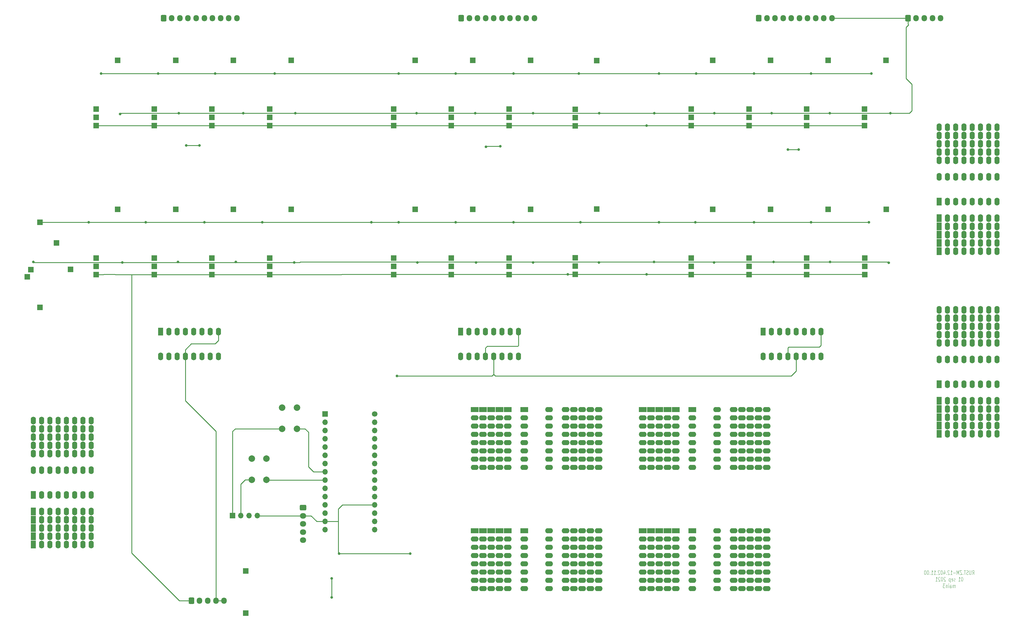
<source format=gbr>
%TF.GenerationSoftware,KiCad,Pcbnew,(5.99.0-12218-g749d2d5987)*%
%TF.CreationDate,2021-09-14T22:45:12+03:00*%
%TF.ProjectId,stend_main,7374656e-645f-46d6-9169-6e2e6b696361,rev*%
%TF.SameCoordinates,PX258bd10PYee998b0*%
%TF.FileFunction,Copper,L2,Bot*%
%TF.FilePolarity,Positive*%
%FSLAX46Y46*%
G04 Gerber Fmt 4.6, Leading zero omitted, Abs format (unit mm)*
G04 Created by KiCad (PCBNEW (5.99.0-12218-g749d2d5987)) date 2021-09-14 22:45:12*
%MOMM*%
%LPD*%
G01*
G04 APERTURE LIST*
G04 Aperture macros list*
%AMRoundRect*
0 Rectangle with rounded corners*
0 $1 Rounding radius*
0 $2 $3 $4 $5 $6 $7 $8 $9 X,Y pos of 4 corners*
0 Add a 4 corners polygon primitive as box body*
4,1,4,$2,$3,$4,$5,$6,$7,$8,$9,$2,$3,0*
0 Add four circle primitives for the rounded corners*
1,1,$1+$1,$2,$3*
1,1,$1+$1,$4,$5*
1,1,$1+$1,$6,$7*
1,1,$1+$1,$8,$9*
0 Add four rect primitives between the rounded corners*
20,1,$1+$1,$2,$3,$4,$5,0*
20,1,$1+$1,$4,$5,$6,$7,0*
20,1,$1+$1,$6,$7,$8,$9,0*
20,1,$1+$1,$8,$9,$2,$3,0*%
G04 Aperture macros list end*
%ADD10C,0.076200*%
%TA.AperFunction,NonConductor*%
%ADD11C,0.076200*%
%TD*%
%TA.AperFunction,ComponentPad*%
%ADD12R,1.700000X1.700000*%
%TD*%
%TA.AperFunction,ComponentPad*%
%ADD13R,2.400000X1.600000*%
%TD*%
%TA.AperFunction,ComponentPad*%
%ADD14O,2.400000X1.600000*%
%TD*%
%TA.AperFunction,ComponentPad*%
%ADD15R,1.600000X2.400000*%
%TD*%
%TA.AperFunction,ComponentPad*%
%ADD16O,1.600000X2.400000*%
%TD*%
%TA.AperFunction,ComponentPad*%
%ADD17RoundRect,0.250000X-0.600000X-0.725000X0.600000X-0.725000X0.600000X0.725000X-0.600000X0.725000X0*%
%TD*%
%TA.AperFunction,ComponentPad*%
%ADD18O,1.700000X1.950000*%
%TD*%
%TA.AperFunction,ComponentPad*%
%ADD19RoundRect,0.250000X-0.725000X0.600000X-0.725000X-0.600000X0.725000X-0.600000X0.725000X0.600000X0*%
%TD*%
%TA.AperFunction,ComponentPad*%
%ADD20O,1.950000X1.700000*%
%TD*%
%TA.AperFunction,ComponentPad*%
%ADD21C,2.000000*%
%TD*%
%TA.AperFunction,ComponentPad*%
%ADD22O,1.700000X1.700000*%
%TD*%
%TA.AperFunction,ComponentPad*%
%ADD23C,1.700000*%
%TD*%
%TA.AperFunction,ViaPad*%
%ADD24C,0.800000*%
%TD*%
%TA.AperFunction,Conductor*%
%ADD25C,0.250000*%
%TD*%
G04 APERTURE END LIST*
D10*
D11*
X294364833Y14170177D02*
X294661166Y14774939D01*
X294872833Y14170177D02*
X294872833Y15440177D01*
X294534166Y15440177D01*
X294449500Y15379700D01*
X294407166Y15319224D01*
X294364833Y15198272D01*
X294364833Y15016843D01*
X294407166Y14895891D01*
X294449500Y14835415D01*
X294534166Y14774939D01*
X294872833Y14774939D01*
X293983833Y15440177D02*
X293983833Y14412081D01*
X293941500Y14291129D01*
X293899166Y14230653D01*
X293814500Y14170177D01*
X293645166Y14170177D01*
X293560500Y14230653D01*
X293518166Y14291129D01*
X293475833Y14412081D01*
X293475833Y15440177D01*
X293094833Y14230653D02*
X292967833Y14170177D01*
X292756166Y14170177D01*
X292671500Y14230653D01*
X292629166Y14291129D01*
X292586833Y14412081D01*
X292586833Y14533034D01*
X292629166Y14653986D01*
X292671500Y14714462D01*
X292756166Y14774939D01*
X292925500Y14835415D01*
X293010166Y14895891D01*
X293052500Y14956367D01*
X293094833Y15077320D01*
X293094833Y15198272D01*
X293052500Y15319224D01*
X293010166Y15379700D01*
X292925500Y15440177D01*
X292713833Y15440177D01*
X292586833Y15379700D01*
X292332833Y15440177D02*
X291824833Y15440177D01*
X292078833Y14170177D02*
X292078833Y15440177D01*
X291528500Y14291129D02*
X291486166Y14230653D01*
X291528500Y14170177D01*
X291570833Y14230653D01*
X291528500Y14291129D01*
X291528500Y14170177D01*
X291189833Y15440177D02*
X290597166Y15440177D01*
X291189833Y14170177D01*
X290597166Y14170177D01*
X290258500Y14170177D02*
X290258500Y15440177D01*
X289962166Y14533034D01*
X289665833Y15440177D01*
X289665833Y14170177D01*
X289242500Y14653986D02*
X288565166Y14653986D01*
X287676166Y14170177D02*
X288184166Y14170177D01*
X287930166Y14170177D02*
X287930166Y15440177D01*
X288014833Y15258748D01*
X288099500Y15137796D01*
X288184166Y15077320D01*
X287337500Y15319224D02*
X287295166Y15379700D01*
X287210500Y15440177D01*
X286998833Y15440177D01*
X286914166Y15379700D01*
X286871833Y15319224D01*
X286829500Y15198272D01*
X286829500Y15077320D01*
X286871833Y14895891D01*
X287379833Y14170177D01*
X286829500Y14170177D01*
X286448500Y14291129D02*
X286406166Y14230653D01*
X286448500Y14170177D01*
X286490833Y14230653D01*
X286448500Y14291129D01*
X286448500Y14170177D01*
X285644166Y15016843D02*
X285644166Y14170177D01*
X285855833Y15500653D02*
X286067500Y14593510D01*
X285517166Y14593510D01*
X285009166Y15440177D02*
X284924500Y15440177D01*
X284839833Y15379700D01*
X284797500Y15319224D01*
X284755166Y15198272D01*
X284712833Y14956367D01*
X284712833Y14653986D01*
X284755166Y14412081D01*
X284797500Y14291129D01*
X284839833Y14230653D01*
X284924500Y14170177D01*
X285009166Y14170177D01*
X285093833Y14230653D01*
X285136166Y14291129D01*
X285178500Y14412081D01*
X285220833Y14653986D01*
X285220833Y14956367D01*
X285178500Y15198272D01*
X285136166Y15319224D01*
X285093833Y15379700D01*
X285009166Y15440177D01*
X284374166Y15319224D02*
X284331833Y15379700D01*
X284247166Y15440177D01*
X284035500Y15440177D01*
X283950833Y15379700D01*
X283908500Y15319224D01*
X283866166Y15198272D01*
X283866166Y15077320D01*
X283908500Y14895891D01*
X284416500Y14170177D01*
X283866166Y14170177D01*
X283485166Y14291129D02*
X283442833Y14230653D01*
X283485166Y14170177D01*
X283527500Y14230653D01*
X283485166Y14291129D01*
X283485166Y14170177D01*
X282596166Y14170177D02*
X283104166Y14170177D01*
X282850166Y14170177D02*
X282850166Y15440177D01*
X282934833Y15258748D01*
X283019500Y15137796D01*
X283104166Y15077320D01*
X281749500Y14170177D02*
X282257500Y14170177D01*
X282003500Y14170177D02*
X282003500Y15440177D01*
X282088166Y15258748D01*
X282172833Y15137796D01*
X282257500Y15077320D01*
X281368500Y14291129D02*
X281326166Y14230653D01*
X281368500Y14170177D01*
X281410833Y14230653D01*
X281368500Y14291129D01*
X281368500Y14170177D01*
X280775833Y15440177D02*
X280691166Y15440177D01*
X280606500Y15379700D01*
X280564166Y15319224D01*
X280521833Y15198272D01*
X280479500Y14956367D01*
X280479500Y14653986D01*
X280521833Y14412081D01*
X280564166Y14291129D01*
X280606500Y14230653D01*
X280691166Y14170177D01*
X280775833Y14170177D01*
X280860500Y14230653D01*
X280902833Y14291129D01*
X280945166Y14412081D01*
X280987500Y14653986D01*
X280987500Y14956367D01*
X280945166Y15198272D01*
X280902833Y15319224D01*
X280860500Y15379700D01*
X280775833Y15440177D01*
X279929166Y15440177D02*
X279844500Y15440177D01*
X279759833Y15379700D01*
X279717500Y15319224D01*
X279675166Y15198272D01*
X279632833Y14956367D01*
X279632833Y14653986D01*
X279675166Y14412081D01*
X279717500Y14291129D01*
X279759833Y14230653D01*
X279844500Y14170177D01*
X279929166Y14170177D01*
X280013833Y14230653D01*
X280056166Y14291129D01*
X280098500Y14412081D01*
X280140833Y14653986D01*
X280140833Y14956367D01*
X280098500Y15198272D01*
X280056166Y15319224D01*
X280013833Y15379700D01*
X279929166Y15440177D01*
X291253333Y13395477D02*
X291168666Y13395477D01*
X291084000Y13335000D01*
X291041666Y13274524D01*
X290999333Y13153572D01*
X290957000Y12911667D01*
X290957000Y12609286D01*
X290999333Y12367381D01*
X291041666Y12246429D01*
X291084000Y12185953D01*
X291168666Y12125477D01*
X291253333Y12125477D01*
X291338000Y12185953D01*
X291380333Y12246429D01*
X291422666Y12367381D01*
X291465000Y12609286D01*
X291465000Y12911667D01*
X291422666Y13153572D01*
X291380333Y13274524D01*
X291338000Y13335000D01*
X291253333Y13395477D01*
X290110333Y12125477D02*
X290618333Y12125477D01*
X290364333Y12125477D02*
X290364333Y13395477D01*
X290449000Y13214048D01*
X290533666Y13093096D01*
X290618333Y13032620D01*
X289094333Y12185953D02*
X289009666Y12125477D01*
X288840333Y12125477D01*
X288755666Y12185953D01*
X288713333Y12306905D01*
X288713333Y12367381D01*
X288755666Y12488334D01*
X288840333Y12548810D01*
X288967333Y12548810D01*
X289052000Y12609286D01*
X289094333Y12730239D01*
X289094333Y12790715D01*
X289052000Y12911667D01*
X288967333Y12972143D01*
X288840333Y12972143D01*
X288755666Y12911667D01*
X287993666Y12185953D02*
X288078333Y12125477D01*
X288247666Y12125477D01*
X288332333Y12185953D01*
X288374666Y12306905D01*
X288374666Y12790715D01*
X288332333Y12911667D01*
X288247666Y12972143D01*
X288078333Y12972143D01*
X287993666Y12911667D01*
X287951333Y12790715D01*
X287951333Y12669762D01*
X288374666Y12548810D01*
X287570333Y12972143D02*
X287570333Y11702143D01*
X287570333Y12911667D02*
X287485666Y12972143D01*
X287316333Y12972143D01*
X287231666Y12911667D01*
X287189333Y12851191D01*
X287147000Y12730239D01*
X287147000Y12367381D01*
X287189333Y12246429D01*
X287231666Y12185953D01*
X287316333Y12125477D01*
X287485666Y12125477D01*
X287570333Y12185953D01*
X286131000Y13274524D02*
X286088666Y13335000D01*
X286004000Y13395477D01*
X285792333Y13395477D01*
X285707666Y13335000D01*
X285665333Y13274524D01*
X285623000Y13153572D01*
X285623000Y13032620D01*
X285665333Y12851191D01*
X286173333Y12125477D01*
X285623000Y12125477D01*
X285072666Y13395477D02*
X284988000Y13395477D01*
X284903333Y13335000D01*
X284861000Y13274524D01*
X284818666Y13153572D01*
X284776333Y12911667D01*
X284776333Y12609286D01*
X284818666Y12367381D01*
X284861000Y12246429D01*
X284903333Y12185953D01*
X284988000Y12125477D01*
X285072666Y12125477D01*
X285157333Y12185953D01*
X285199666Y12246429D01*
X285242000Y12367381D01*
X285284333Y12609286D01*
X285284333Y12911667D01*
X285242000Y13153572D01*
X285199666Y13274524D01*
X285157333Y13335000D01*
X285072666Y13395477D01*
X284437666Y13274524D02*
X284395333Y13335000D01*
X284310666Y13395477D01*
X284099000Y13395477D01*
X284014333Y13335000D01*
X283972000Y13274524D01*
X283929666Y13153572D01*
X283929666Y13032620D01*
X283972000Y12851191D01*
X284480000Y12125477D01*
X283929666Y12125477D01*
X283083000Y12125477D02*
X283591000Y12125477D01*
X283337000Y12125477D02*
X283337000Y13395477D01*
X283421666Y13214048D01*
X283506333Y13093096D01*
X283591000Y13032620D01*
X289094333Y10080777D02*
X289094333Y10927443D01*
X289094333Y10806491D02*
X289052000Y10866967D01*
X288967333Y10927443D01*
X288840333Y10927443D01*
X288755666Y10866967D01*
X288713333Y10746015D01*
X288713333Y10080777D01*
X288713333Y10746015D02*
X288671000Y10866967D01*
X288586333Y10927443D01*
X288459333Y10927443D01*
X288374666Y10866967D01*
X288332333Y10746015D01*
X288332333Y10080777D01*
X287528000Y10080777D02*
X287528000Y10746015D01*
X287570333Y10866967D01*
X287655000Y10927443D01*
X287824333Y10927443D01*
X287909000Y10866967D01*
X287528000Y10141253D02*
X287612666Y10080777D01*
X287824333Y10080777D01*
X287909000Y10141253D01*
X287951333Y10262205D01*
X287951333Y10383158D01*
X287909000Y10504110D01*
X287824333Y10564586D01*
X287612666Y10564586D01*
X287528000Y10625062D01*
X287104666Y10080777D02*
X287104666Y10927443D01*
X287104666Y11350777D02*
X287147000Y11290300D01*
X287104666Y11229824D01*
X287062333Y11290300D01*
X287104666Y11350777D01*
X287104666Y11229824D01*
X286681333Y10927443D02*
X286681333Y10080777D01*
X286681333Y10806491D02*
X286639000Y10866967D01*
X286554333Y10927443D01*
X286427333Y10927443D01*
X286342666Y10866967D01*
X286300333Y10746015D01*
X286300333Y10080777D01*
X285961666Y11350777D02*
X285411333Y11350777D01*
X285707666Y10866967D01*
X285580666Y10866967D01*
X285496000Y10806491D01*
X285453666Y10746015D01*
X285411333Y10625062D01*
X285411333Y10322681D01*
X285453666Y10201729D01*
X285496000Y10141253D01*
X285580666Y10080777D01*
X285834666Y10080777D01*
X285919333Y10141253D01*
X285961666Y10201729D01*
D12*
%TO.P,CP10,1,1*%
%TO.N,/CTRL3*%
X43007000Y154686000D03*
%TD*%
D13*
%TO.P,BB4,1*%
%TO.N,unconnected-(BB4-Pad1)*%
X203298000Y64928000D03*
X193138000Y64928000D03*
X198218000Y64928000D03*
X200758000Y64928000D03*
X208378000Y64928000D03*
X195678000Y64928000D03*
D14*
%TO.P,BB4,2*%
%TO.N,unconnected-(BB4-Pad2)*%
X208378000Y62388000D03*
X203298000Y62388000D03*
X198218000Y62388000D03*
X200758000Y62388000D03*
X193138000Y62388000D03*
X195678000Y62388000D03*
%TO.P,BB4,3*%
%TO.N,unconnected-(BB4-Pad3)*%
X200758000Y59848000D03*
X198218000Y59848000D03*
X203298000Y59848000D03*
X208378000Y59848000D03*
X195678000Y59848000D03*
X193138000Y59848000D03*
%TO.P,BB4,4*%
%TO.N,unconnected-(BB4-Pad4)*%
X198218000Y57308000D03*
X195678000Y57308000D03*
X193138000Y57308000D03*
X208378000Y57308000D03*
X200758000Y57308000D03*
X203298000Y57308000D03*
%TO.P,BB4,5*%
%TO.N,unconnected-(BB4-Pad5)*%
X200758000Y54768000D03*
X198218000Y54768000D03*
X203298000Y54768000D03*
X193138000Y54768000D03*
X208378000Y54768000D03*
X195678000Y54768000D03*
%TO.P,BB4,6*%
%TO.N,unconnected-(BB4-Pad6)*%
X200758000Y52228000D03*
X195678000Y52228000D03*
X203298000Y52228000D03*
X208378000Y52228000D03*
X193138000Y52228000D03*
X198218000Y52228000D03*
%TO.P,BB4,7*%
%TO.N,unconnected-(BB4-Pad7)*%
X193138000Y49688000D03*
X195678000Y49688000D03*
X208378000Y49688000D03*
X203298000Y49688000D03*
X200758000Y49688000D03*
X198218000Y49688000D03*
%TO.P,BB4,8*%
%TO.N,unconnected-(BB4-Pad8)*%
X195678000Y47148000D03*
X200758000Y47148000D03*
X198218000Y47148000D03*
X193138000Y47148000D03*
X203298000Y47148000D03*
X208378000Y47148000D03*
%TO.P,BB4,9*%
%TO.N,unconnected-(BB4-Pad9)*%
X223618000Y47148000D03*
X228698000Y47148000D03*
X226158000Y47148000D03*
X231238000Y47148000D03*
X221078000Y47148000D03*
X215998000Y47148000D03*
%TO.P,BB4,10*%
%TO.N,unconnected-(BB4-Pad10)*%
X228698000Y49688000D03*
X226158000Y49688000D03*
X221078000Y49688000D03*
X231238000Y49688000D03*
X223618000Y49688000D03*
X215998000Y49688000D03*
%TO.P,BB4,11*%
%TO.N,unconnected-(BB4-Pad11)*%
X226158000Y52228000D03*
X221078000Y52228000D03*
X223618000Y52228000D03*
X228698000Y52228000D03*
X215998000Y52228000D03*
X231238000Y52228000D03*
%TO.P,BB4,12*%
%TO.N,unconnected-(BB4-Pad12)*%
X226158000Y54768000D03*
X215998000Y54768000D03*
X221078000Y54768000D03*
X223618000Y54768000D03*
X231238000Y54768000D03*
X228698000Y54768000D03*
%TO.P,BB4,13*%
%TO.N,unconnected-(BB4-Pad13)*%
X223618000Y57308000D03*
X215998000Y57308000D03*
X228698000Y57308000D03*
X231238000Y57308000D03*
X226158000Y57308000D03*
X221078000Y57308000D03*
%TO.P,BB4,14*%
%TO.N,unconnected-(BB4-Pad14)*%
X215998000Y59848000D03*
X228698000Y59848000D03*
X223618000Y59848000D03*
X221078000Y59848000D03*
X231238000Y59848000D03*
X226158000Y59848000D03*
X221078000Y59848000D03*
%TO.P,BB4,15*%
%TO.N,unconnected-(BB4-Pad15)*%
X221078000Y62388000D03*
X223618000Y62388000D03*
X231238000Y62388000D03*
X223618000Y62388000D03*
X215998000Y62388000D03*
X228698000Y62388000D03*
X226158000Y62388000D03*
X228698000Y62388000D03*
X221078000Y62388000D03*
X231238000Y62388000D03*
X226158000Y62388000D03*
%TO.P,BB4,16*%
%TO.N,unconnected-(BB4-Pad16)*%
X221078000Y64928000D03*
X228698000Y64928000D03*
X223618000Y64928000D03*
X231238000Y64928000D03*
X215998000Y64928000D03*
X226158000Y64928000D03*
%TD*%
D12*
%TO.P,CP30,1,1*%
%TO.N,/CTRL8*%
X78486000Y108956000D03*
%TD*%
%TO.P,CP43,1,1*%
%TO.N,Net-(CP43-Pad1)*%
X134316000Y157226000D03*
%TD*%
%TO.P,CP50,1,1*%
%TO.N,/CTRL13*%
X152095000Y154686000D03*
%TD*%
%TO.P,CP8,1,1*%
%TO.N,Net-(CP8-Pad1)*%
X31750000Y126482000D03*
%TD*%
%TO.P,CP20,1,1*%
%TO.N,Net-(CP20-Pad1)*%
X67276000Y172212000D03*
%TD*%
%TO.P,CP94,1,1*%
%TO.N,/CTRL24*%
X261366000Y108956000D03*
%TD*%
%TO.P,CP1,1,1*%
%TO.N,/INSTR+*%
X25146000Y152146000D03*
%TD*%
%TO.P,CP28,1,1*%
%TO.N,Net-(CP28-Pad1)*%
X85090000Y172212000D03*
%TD*%
%TO.P,CP34,1,1*%
%TO.N,/CTRL9*%
X116586000Y154686000D03*
%TD*%
%TO.P,CP49,1,1*%
%TO.N,/INSTR+*%
X152095000Y152146000D03*
%TD*%
%TO.P,CP95,1,1*%
%TO.N,Net-(CP95-Pad1)*%
X261366000Y111496000D03*
%TD*%
%TO.P,CP69,1,1*%
%TO.N,/INSTR+*%
X208002000Y106416000D03*
%TD*%
%TO.P,CP41,1,1*%
%TO.N,/INSTR+*%
X134316000Y152146000D03*
%TD*%
%TO.P,CP16,1,1*%
%TO.N,Net-(CP16-Pad1)*%
X49611000Y126482000D03*
%TD*%
%TO.P,CP88,1,1*%
%TO.N,Net-(CP88-Pad1)*%
X250143800Y126482000D03*
%TD*%
%TO.P,CP6,1,1*%
%TO.N,/CTRL2*%
X25146000Y108956000D03*
%TD*%
%TO.P,CP59,1,1*%
%TO.N,Net-(CP59-Pad1)*%
X172415200Y157216000D03*
%TD*%
%TO.P,CP60,1,1*%
%TO.N,Net-(CP60-Pad1)*%
X179019200Y172202000D03*
%TD*%
%TO.P,CP31,1,1*%
%TO.N,Net-(CP31-Pad1)*%
X78486000Y111496000D03*
%TD*%
%TO.P,CP2,1,1*%
%TO.N,/CTRL1*%
X25146000Y154686000D03*
%TD*%
D15*
%TO.P,BB6,1*%
%TO.N,unconnected-(BB6-Pad1)*%
X284226000Y72644000D03*
X284226000Y57404000D03*
X284226000Y59944000D03*
X284226000Y67564000D03*
X284226000Y62484000D03*
X284226000Y65024000D03*
D16*
%TO.P,BB6,2*%
%TO.N,unconnected-(BB6-Pad2)*%
X286766000Y59944000D03*
X286766000Y65024000D03*
X286766000Y62484000D03*
X286766000Y67564000D03*
X286766000Y57404000D03*
X286766000Y72644000D03*
%TO.P,BB6,3*%
%TO.N,unconnected-(BB6-Pad3)*%
X289306000Y72644000D03*
X289306000Y57404000D03*
X289306000Y65024000D03*
X289306000Y62484000D03*
X289306000Y59944000D03*
X289306000Y67564000D03*
%TO.P,BB6,4*%
%TO.N,unconnected-(BB6-Pad4)*%
X291846000Y67564000D03*
X291846000Y59944000D03*
X291846000Y65024000D03*
X291846000Y72644000D03*
X291846000Y62484000D03*
X291846000Y57404000D03*
%TO.P,BB6,5*%
%TO.N,unconnected-(BB6-Pad5)*%
X294386000Y72644000D03*
X294386000Y67564000D03*
X294386000Y57404000D03*
X294386000Y65024000D03*
X294386000Y62484000D03*
X294386000Y59944000D03*
%TO.P,BB6,6*%
%TO.N,unconnected-(BB6-Pad6)*%
X296926000Y72644000D03*
X296926000Y62484000D03*
X296926000Y57404000D03*
X296926000Y65024000D03*
X296926000Y67564000D03*
X296926000Y59944000D03*
%TO.P,BB6,7*%
%TO.N,unconnected-(BB6-Pad7)*%
X299466000Y72644000D03*
X299466000Y67564000D03*
X299466000Y62484000D03*
X299466000Y65024000D03*
X299466000Y59944000D03*
X299466000Y57404000D03*
%TO.P,BB6,8*%
%TO.N,unconnected-(BB6-Pad8)*%
X302006000Y67564000D03*
X302006000Y57404000D03*
X302006000Y72644000D03*
X302006000Y62484000D03*
X302006000Y65024000D03*
X302006000Y59944000D03*
%TO.P,BB6,9*%
%TO.N,unconnected-(BB6-Pad9)*%
X302006000Y90424000D03*
X302006000Y95504000D03*
X302006000Y87884000D03*
X302006000Y80264000D03*
X302006000Y92964000D03*
X302006000Y85344000D03*
%TO.P,BB6,10*%
%TO.N,unconnected-(BB6-Pad10)*%
X299466000Y92964000D03*
X299466000Y80264000D03*
X299466000Y85344000D03*
X299466000Y90424000D03*
X299466000Y87884000D03*
X299466000Y95504000D03*
%TO.P,BB6,11*%
%TO.N,unconnected-(BB6-Pad11)*%
X296926000Y95504000D03*
X296926000Y90424000D03*
X296926000Y80264000D03*
X296926000Y85344000D03*
X296926000Y87884000D03*
X296926000Y92964000D03*
%TO.P,BB6,12*%
%TO.N,unconnected-(BB6-Pad12)*%
X294386000Y85344000D03*
X294386000Y90424000D03*
X294386000Y92964000D03*
X294386000Y80264000D03*
X294386000Y95504000D03*
X294386000Y87884000D03*
%TO.P,BB6,13*%
%TO.N,unconnected-(BB6-Pad13)*%
X291846000Y95504000D03*
X291846000Y80264000D03*
X291846000Y85344000D03*
X291846000Y90424000D03*
X291846000Y87884000D03*
X291846000Y92964000D03*
%TO.P,BB6,14*%
%TO.N,unconnected-(BB6-Pad14)*%
X289306000Y95504000D03*
X289306000Y90424000D03*
X289306000Y87884000D03*
X289306000Y85344000D03*
X289306000Y92964000D03*
X289306000Y85344000D03*
X289306000Y80264000D03*
%TO.P,BB6,15*%
%TO.N,unconnected-(BB6-Pad15)*%
X286766000Y80264000D03*
X286766000Y87884000D03*
X286766000Y90424000D03*
X286766000Y90424000D03*
X286766000Y92964000D03*
X286766000Y92964000D03*
X286766000Y95504000D03*
X286766000Y85344000D03*
X286766000Y85344000D03*
X286766000Y95504000D03*
X286766000Y87884000D03*
%TO.P,BB6,16*%
%TO.N,unconnected-(BB6-Pad16)*%
X284226000Y90424000D03*
X284226000Y85344000D03*
X284226000Y95504000D03*
X284226000Y80264000D03*
X284226000Y87884000D03*
X284226000Y92964000D03*
%TD*%
D17*
%TO.P,X6,1,1*%
%TO.N,/CTRL17*%
X228780000Y185166000D03*
D18*
%TO.P,X6,2,2*%
%TO.N,/CTRL18*%
X231280000Y185166000D03*
%TO.P,X6,3,3*%
%TO.N,/CTRL19*%
X233780000Y185166000D03*
%TO.P,X6,4,4*%
%TO.N,/CTRL20*%
X236280000Y185166000D03*
%TO.P,X6,5,5*%
%TO.N,/CTRL21*%
X238780000Y185166000D03*
%TO.P,X6,6,6*%
%TO.N,/CTRL22*%
X241280000Y185166000D03*
%TO.P,X6,7,7*%
%TO.N,/CTRL23*%
X243780000Y185166000D03*
%TO.P,X6,8,8*%
%TO.N,/CTRL24*%
X246280000Y185166000D03*
%TO.P,X6,9,9*%
%TO.N,N/C*%
X248780000Y185166000D03*
%TO.P,X6,10,10*%
%TO.N,GNDD*%
X251280000Y185166000D03*
%TD*%
D12*
%TO.P,CP21,1,1*%
%TO.N,/INSTR+*%
X60672000Y106416000D03*
%TD*%
%TO.P,CP55,1,1*%
%TO.N,Net-(CP55-Pad1)*%
X152095000Y111496000D03*
%TD*%
%TO.P,CP27,1,1*%
%TO.N,Net-(CP27-Pad1)*%
X78486000Y157226000D03*
%TD*%
%TO.P,CP5,1,1*%
%TO.N,/INSTR+*%
X25146000Y106416000D03*
%TD*%
D17*
%TO.P,X3,1,1*%
%TO.N,GNDD*%
X274654000Y185212000D03*
D18*
%TO.P,X3,2,2*%
%TO.N,+5V*%
X277154000Y185212000D03*
%TO.P,X3,3,3*%
%TO.N,N/C*%
X279654000Y185212000D03*
%TO.P,X3,4,4*%
X282154000Y185212000D03*
%TO.P,X3,5,5*%
X284654000Y185212000D03*
%TD*%
D12*
%TO.P,CP61,1,1*%
%TO.N,/INSTR+*%
X172415200Y106426000D03*
%TD*%
%TO.P,CP45,1,1*%
%TO.N,/INSTR+*%
X134316000Y106416000D03*
%TD*%
%TO.P,CP70,1,1*%
%TO.N,/CTRL18*%
X208002000Y108956000D03*
%TD*%
D19*
%TO.P,X1,1,1*%
%TO.N,/MCU+*%
X88692000Y34718000D03*
D20*
%TO.P,X1,2,2*%
%TO.N,/MCU_GND*%
X88692000Y32218000D03*
%TO.P,X1,3*%
%TO.N,N/C*%
X88692000Y29718000D03*
%TO.P,X1,4*%
X88692000Y27218000D03*
%TO.P,X1,5*%
X88692000Y24718000D03*
%TD*%
D12*
%TO.P,CP82,1,1*%
%TO.N,/CTRL21*%
X243459000Y154686000D03*
%TD*%
%TO.P,CP84,1,1*%
%TO.N,Net-(CP84-Pad1)*%
X250063000Y172212000D03*
%TD*%
%TO.P,CP47,1,1*%
%TO.N,Net-(CP47-Pad1)*%
X134316000Y111496000D03*
%TD*%
%TO.P,CP26,1,1*%
%TO.N,/CTRL7*%
X78486000Y154686000D03*
%TD*%
D21*
%TO.P,S3,1,1*%
%TO.N,Net-(DD1-Pad9)*%
X77470000Y43284000D03*
X77470000Y49784000D03*
%TO.P,S3,2,2*%
%TO.N,Net-(DD2-Pad2)*%
X72970000Y43284000D03*
X72970000Y49784000D03*
%TD*%
D12*
%TO.P,CP42,1,1*%
%TO.N,/CTRL11*%
X134316000Y154686000D03*
%TD*%
%TO.P,CP89,1,1*%
%TO.N,/INSTR+*%
X261239000Y152146000D03*
%TD*%
%TO.P,CP13,1,1*%
%TO.N,/INSTR+*%
X43007000Y106416000D03*
%TD*%
%TO.P,CP32,1,1*%
%TO.N,Net-(CP32-Pad1)*%
X85090000Y126482000D03*
%TD*%
%TO.P,CP22,1,1*%
%TO.N,/CTRL6*%
X60672000Y108956000D03*
%TD*%
%TO.P,CP18,1,1*%
%TO.N,/CTRL5*%
X60672000Y154686000D03*
%TD*%
%TO.P,CP12,1,1*%
%TO.N,Net-(CP12-Pad1)*%
X49611000Y172212000D03*
%TD*%
%TO.P,CP102,1,1*%
%TO.N,/MCU_GND*%
X5080000Y107915989D03*
%TD*%
%TO.P,CP17,1,1*%
%TO.N,/INSTR+*%
X60672000Y152146000D03*
%TD*%
D13*
%TO.P,BB3,1*%
%TO.N,unconnected-(BB3-Pad1)*%
X151638000Y27638000D03*
X156718000Y27638000D03*
X141478000Y27638000D03*
X146558000Y27638000D03*
X149098000Y27638000D03*
X144018000Y27638000D03*
D14*
%TO.P,BB3,2*%
%TO.N,unconnected-(BB3-Pad2)*%
X144018000Y25098000D03*
X146558000Y25098000D03*
X151638000Y25098000D03*
X156718000Y25098000D03*
X141478000Y25098000D03*
X149098000Y25098000D03*
%TO.P,BB3,3*%
%TO.N,unconnected-(BB3-Pad3)*%
X151638000Y22558000D03*
X146558000Y22558000D03*
X156718000Y22558000D03*
X144018000Y22558000D03*
X149098000Y22558000D03*
X141478000Y22558000D03*
%TO.P,BB3,4*%
%TO.N,unconnected-(BB3-Pad4)*%
X151638000Y20018000D03*
X141478000Y20018000D03*
X156718000Y20018000D03*
X149098000Y20018000D03*
X144018000Y20018000D03*
X146558000Y20018000D03*
%TO.P,BB3,5*%
%TO.N,unconnected-(BB3-Pad5)*%
X146558000Y17478000D03*
X141478000Y17478000D03*
X151638000Y17478000D03*
X156718000Y17478000D03*
X144018000Y17478000D03*
X149098000Y17478000D03*
%TO.P,BB3,6*%
%TO.N,unconnected-(BB3-Pad6)*%
X151638000Y14938000D03*
X141478000Y14938000D03*
X144018000Y14938000D03*
X156718000Y14938000D03*
X146558000Y14938000D03*
X149098000Y14938000D03*
%TO.P,BB3,7*%
%TO.N,unconnected-(BB3-Pad7)*%
X141478000Y12398000D03*
X156718000Y12398000D03*
X151638000Y12398000D03*
X149098000Y12398000D03*
X144018000Y12398000D03*
X146558000Y12398000D03*
%TO.P,BB3,8*%
%TO.N,unconnected-(BB3-Pad8)*%
X151638000Y9858000D03*
X144018000Y9858000D03*
X146558000Y9858000D03*
X149098000Y9858000D03*
X156718000Y9858000D03*
X141478000Y9858000D03*
%TO.P,BB3,9*%
%TO.N,unconnected-(BB3-Pad9)*%
X179578000Y9858000D03*
X169418000Y9858000D03*
X171958000Y9858000D03*
X177038000Y9858000D03*
X174498000Y9858000D03*
X164338000Y9858000D03*
%TO.P,BB3,10*%
%TO.N,unconnected-(BB3-Pad10)*%
X171958000Y12398000D03*
X179578000Y12398000D03*
X169418000Y12398000D03*
X174498000Y12398000D03*
X177038000Y12398000D03*
X164338000Y12398000D03*
%TO.P,BB3,11*%
%TO.N,unconnected-(BB3-Pad11)*%
X177038000Y14938000D03*
X179578000Y14938000D03*
X174498000Y14938000D03*
X171958000Y14938000D03*
X169418000Y14938000D03*
X164338000Y14938000D03*
%TO.P,BB3,12*%
%TO.N,unconnected-(BB3-Pad12)*%
X169418000Y17478000D03*
X164338000Y17478000D03*
X179578000Y17478000D03*
X174498000Y17478000D03*
X177038000Y17478000D03*
X171958000Y17478000D03*
%TO.P,BB3,13*%
%TO.N,unconnected-(BB3-Pad13)*%
X179578000Y20018000D03*
X169418000Y20018000D03*
X164338000Y20018000D03*
X174498000Y20018000D03*
X177038000Y20018000D03*
X171958000Y20018000D03*
%TO.P,BB3,14*%
%TO.N,unconnected-(BB3-Pad14)*%
X164338000Y22558000D03*
X177038000Y22558000D03*
X171958000Y22558000D03*
X169418000Y22558000D03*
X169418000Y22558000D03*
X179578000Y22558000D03*
X174498000Y22558000D03*
%TO.P,BB3,15*%
%TO.N,unconnected-(BB3-Pad15)*%
X177038000Y25098000D03*
X169418000Y25098000D03*
X179578000Y25098000D03*
X177038000Y25098000D03*
X171958000Y25098000D03*
X171958000Y25098000D03*
X164338000Y25098000D03*
X169418000Y25098000D03*
X179578000Y25098000D03*
X174498000Y25098000D03*
X174498000Y25098000D03*
%TO.P,BB3,16*%
%TO.N,unconnected-(BB3-Pad16)*%
X177038000Y27638000D03*
X169418000Y27638000D03*
X171958000Y27638000D03*
X179578000Y27638000D03*
X164338000Y27638000D03*
X174498000Y27638000D03*
%TD*%
D12*
%TO.P,CP104,1,1*%
%TO.N,/2_MCU/SYNC IN*%
X71120000Y2286000D03*
%TD*%
%TO.P,CP83,1,1*%
%TO.N,Net-(CP83-Pad1)*%
X243459000Y157226000D03*
%TD*%
%TO.P,CP57,1,1*%
%TO.N,/INSTR+*%
X172415200Y152136000D03*
%TD*%
%TO.P,CP96,1,1*%
%TO.N,Net-(CP96-Pad1)*%
X267970000Y126482000D03*
%TD*%
%TO.P,CP85,1,1*%
%TO.N,/INSTR+*%
X243539800Y106416000D03*
%TD*%
D13*
%TO.P,BB2,1*%
%TO.N,unconnected-(BB2-Pad1)*%
X195678000Y27638000D03*
X208378000Y27638000D03*
X193138000Y27638000D03*
X203298000Y27638000D03*
X200758000Y27638000D03*
X198218000Y27638000D03*
D14*
%TO.P,BB2,2*%
%TO.N,unconnected-(BB2-Pad2)*%
X195678000Y25098000D03*
X193138000Y25098000D03*
X198218000Y25098000D03*
X208378000Y25098000D03*
X200758000Y25098000D03*
X203298000Y25098000D03*
%TO.P,BB2,3*%
%TO.N,unconnected-(BB2-Pad3)*%
X203298000Y22558000D03*
X208378000Y22558000D03*
X198218000Y22558000D03*
X200758000Y22558000D03*
X195678000Y22558000D03*
X193138000Y22558000D03*
%TO.P,BB2,4*%
%TO.N,unconnected-(BB2-Pad4)*%
X193138000Y20018000D03*
X208378000Y20018000D03*
X203298000Y20018000D03*
X200758000Y20018000D03*
X198218000Y20018000D03*
X195678000Y20018000D03*
%TO.P,BB2,5*%
%TO.N,unconnected-(BB2-Pad5)*%
X200758000Y17478000D03*
X203298000Y17478000D03*
X193138000Y17478000D03*
X195678000Y17478000D03*
X198218000Y17478000D03*
X208378000Y17478000D03*
%TO.P,BB2,6*%
%TO.N,unconnected-(BB2-Pad6)*%
X208378000Y14938000D03*
X200758000Y14938000D03*
X198218000Y14938000D03*
X193138000Y14938000D03*
X195678000Y14938000D03*
X203298000Y14938000D03*
%TO.P,BB2,7*%
%TO.N,unconnected-(BB2-Pad7)*%
X208378000Y12398000D03*
X200758000Y12398000D03*
X193138000Y12398000D03*
X195678000Y12398000D03*
X198218000Y12398000D03*
X203298000Y12398000D03*
%TO.P,BB2,8*%
%TO.N,unconnected-(BB2-Pad8)*%
X198218000Y9858000D03*
X200758000Y9858000D03*
X208378000Y9858000D03*
X193138000Y9858000D03*
X203298000Y9858000D03*
X195678000Y9858000D03*
%TO.P,BB2,9*%
%TO.N,unconnected-(BB2-Pad9)*%
X221078000Y9858000D03*
X226158000Y9858000D03*
X231238000Y9858000D03*
X228698000Y9858000D03*
X215998000Y9858000D03*
X223618000Y9858000D03*
%TO.P,BB2,10*%
%TO.N,unconnected-(BB2-Pad10)*%
X215998000Y12398000D03*
X226158000Y12398000D03*
X228698000Y12398000D03*
X223618000Y12398000D03*
X221078000Y12398000D03*
X231238000Y12398000D03*
%TO.P,BB2,11*%
%TO.N,unconnected-(BB2-Pad11)*%
X231238000Y14938000D03*
X215998000Y14938000D03*
X226158000Y14938000D03*
X228698000Y14938000D03*
X221078000Y14938000D03*
X223618000Y14938000D03*
%TO.P,BB2,12*%
%TO.N,unconnected-(BB2-Pad12)*%
X215998000Y17478000D03*
X231238000Y17478000D03*
X221078000Y17478000D03*
X226158000Y17478000D03*
X228698000Y17478000D03*
X223618000Y17478000D03*
%TO.P,BB2,13*%
%TO.N,unconnected-(BB2-Pad13)*%
X231238000Y20018000D03*
X228698000Y20018000D03*
X215998000Y20018000D03*
X223618000Y20018000D03*
X226158000Y20018000D03*
X221078000Y20018000D03*
%TO.P,BB2,14*%
%TO.N,unconnected-(BB2-Pad14)*%
X221078000Y22558000D03*
X221078000Y22558000D03*
X231238000Y22558000D03*
X223618000Y22558000D03*
X228698000Y22558000D03*
X215998000Y22558000D03*
X226158000Y22558000D03*
%TO.P,BB2,15*%
%TO.N,unconnected-(BB2-Pad15)*%
X228698000Y25098000D03*
X226158000Y25098000D03*
X231238000Y25098000D03*
X226158000Y25098000D03*
X221078000Y25098000D03*
X231238000Y25098000D03*
X221078000Y25098000D03*
X215998000Y25098000D03*
X223618000Y25098000D03*
X223618000Y25098000D03*
X228698000Y25098000D03*
%TO.P,BB2,16*%
%TO.N,unconnected-(BB2-Pad16)*%
X231238000Y27638000D03*
X215998000Y27638000D03*
X223618000Y27638000D03*
X221078000Y27638000D03*
X228698000Y27638000D03*
X226158000Y27638000D03*
%TD*%
D12*
%TO.P,CP64,1,1*%
%TO.N,Net-(CP64-Pad1)*%
X179019200Y126492000D03*
%TD*%
%TO.P,CP19,1,1*%
%TO.N,Net-(CP19-Pad1)*%
X60672000Y157226000D03*
%TD*%
%TO.P,CP25,1,1*%
%TO.N,/INSTR+*%
X78486000Y152146000D03*
%TD*%
%TO.P,DD2,1,SDA*%
%TO.N,Net-(DD2-Pad1)*%
X67056000Y32258000D03*
D22*
%TO.P,DD2,2,SCL*%
%TO.N,Net-(DD2-Pad2)*%
X69596000Y32258000D03*
%TO.P,DD2,3,VCC*%
%TO.N,/MCU+*%
X72136000Y32258000D03*
%TO.P,DD2,4,GND*%
%TO.N,/MCU_GND*%
X74676000Y32258000D03*
%TD*%
D12*
%TO.P,CP73,1,1*%
%TO.N,/INSTR+*%
X225806000Y152146000D03*
%TD*%
%TO.P,CP79,1,1*%
%TO.N,Net-(CP79-Pad1)*%
X225804000Y111496000D03*
%TD*%
%TO.P,CP63,1,1*%
%TO.N,Net-(CP63-Pad1)*%
X172415200Y111506000D03*
%TD*%
%TO.P,CP37,1,1*%
%TO.N,/INSTR+*%
X116586000Y106416000D03*
%TD*%
%TO.P,CP99,1,1*%
%TO.N,Net-(CP99-Pad1)*%
X12954000Y116078000D03*
%TD*%
%TO.P,CP39,1,1*%
%TO.N,Net-(CP39-Pad1)*%
X116586000Y111496000D03*
%TD*%
D21*
%TO.P,S4,1,1*%
%TO.N,Net-(DD1-Pad8)*%
X86832000Y65480000D03*
X86832000Y58980000D03*
%TO.P,S4,2,2*%
%TO.N,Net-(DD2-Pad1)*%
X82332000Y65480000D03*
X82332000Y58980000D03*
%TD*%
D12*
%TO.P,CP90,1,1*%
%TO.N,/CTRL23*%
X261239000Y154686000D03*
%TD*%
%TO.P,CP93,1,1*%
%TO.N,/INSTR+*%
X261366000Y106416000D03*
%TD*%
%TO.P,CP36,1,1*%
%TO.N,Net-(CP36-Pad1)*%
X123190000Y172212000D03*
%TD*%
%TO.P,CP3,1,1*%
%TO.N,Net-(CP3-Pad1)*%
X25146000Y157226000D03*
%TD*%
%TO.P,CP71,1,1*%
%TO.N,Net-(CP71-Pad1)*%
X208002000Y111496000D03*
%TD*%
%TO.P,CP80,1,1*%
%TO.N,Net-(CP80-Pad1)*%
X232408000Y126482000D03*
%TD*%
%TO.P,CP56,1,1*%
%TO.N,Net-(CP56-Pad1)*%
X158699000Y126482000D03*
%TD*%
%TO.P,CP40,1,1*%
%TO.N,Net-(CP40-Pad1)*%
X123190000Y126482000D03*
%TD*%
D15*
%TO.P,BB5,1*%
%TO.N,unconnected-(BB5-Pad1)*%
X284226000Y128778000D03*
X284226000Y113538000D03*
X284226000Y123698000D03*
X284226000Y121158000D03*
X284226000Y118618000D03*
X284226000Y116078000D03*
D16*
%TO.P,BB5,2*%
%TO.N,unconnected-(BB5-Pad2)*%
X286766000Y121158000D03*
X286766000Y116078000D03*
X286766000Y128778000D03*
X286766000Y113538000D03*
X286766000Y118618000D03*
X286766000Y123698000D03*
%TO.P,BB5,3*%
%TO.N,unconnected-(BB5-Pad3)*%
X289306000Y116078000D03*
X289306000Y123698000D03*
X289306000Y128778000D03*
X289306000Y113538000D03*
X289306000Y121158000D03*
X289306000Y118618000D03*
%TO.P,BB5,4*%
%TO.N,unconnected-(BB5-Pad4)*%
X291846000Y128778000D03*
X291846000Y116078000D03*
X291846000Y118618000D03*
X291846000Y123698000D03*
X291846000Y113538000D03*
X291846000Y121158000D03*
%TO.P,BB5,5*%
%TO.N,unconnected-(BB5-Pad5)*%
X294386000Y113538000D03*
X294386000Y121158000D03*
X294386000Y118618000D03*
X294386000Y123698000D03*
X294386000Y128778000D03*
X294386000Y116078000D03*
%TO.P,BB5,6*%
%TO.N,unconnected-(BB5-Pad6)*%
X296926000Y113538000D03*
X296926000Y118618000D03*
X296926000Y128778000D03*
X296926000Y116078000D03*
X296926000Y121158000D03*
X296926000Y123698000D03*
%TO.P,BB5,7*%
%TO.N,unconnected-(BB5-Pad7)*%
X299466000Y121158000D03*
X299466000Y123698000D03*
X299466000Y113538000D03*
X299466000Y116078000D03*
X299466000Y118618000D03*
X299466000Y128778000D03*
%TO.P,BB5,8*%
%TO.N,unconnected-(BB5-Pad8)*%
X302006000Y121158000D03*
X302006000Y123698000D03*
X302006000Y113538000D03*
X302006000Y128778000D03*
X302006000Y116078000D03*
X302006000Y118618000D03*
%TO.P,BB5,9*%
%TO.N,unconnected-(BB5-Pad9)*%
X302006000Y144018000D03*
X302006000Y141478000D03*
X302006000Y151638000D03*
X302006000Y149098000D03*
X302006000Y146558000D03*
X302006000Y136398000D03*
%TO.P,BB5,10*%
%TO.N,unconnected-(BB5-Pad10)*%
X299466000Y141478000D03*
X299466000Y136398000D03*
X299466000Y151638000D03*
X299466000Y144018000D03*
X299466000Y146558000D03*
X299466000Y149098000D03*
%TO.P,BB5,11*%
%TO.N,unconnected-(BB5-Pad11)*%
X296926000Y144018000D03*
X296926000Y146558000D03*
X296926000Y151638000D03*
X296926000Y136398000D03*
X296926000Y141478000D03*
X296926000Y149098000D03*
%TO.P,BB5,12*%
%TO.N,unconnected-(BB5-Pad12)*%
X294386000Y151638000D03*
X294386000Y141478000D03*
X294386000Y149098000D03*
X294386000Y144018000D03*
X294386000Y146558000D03*
X294386000Y136398000D03*
%TO.P,BB5,13*%
%TO.N,unconnected-(BB5-Pad13)*%
X291846000Y141478000D03*
X291846000Y149098000D03*
X291846000Y151638000D03*
X291846000Y136398000D03*
X291846000Y146558000D03*
X291846000Y144018000D03*
%TO.P,BB5,14*%
%TO.N,unconnected-(BB5-Pad14)*%
X289306000Y149098000D03*
X289306000Y141478000D03*
X289306000Y141478000D03*
X289306000Y144018000D03*
X289306000Y151638000D03*
X289306000Y136398000D03*
X289306000Y146558000D03*
%TO.P,BB5,15*%
%TO.N,unconnected-(BB5-Pad15)*%
X286766000Y141478000D03*
X286766000Y151638000D03*
X286766000Y149098000D03*
X286766000Y141478000D03*
X286766000Y146558000D03*
X286766000Y151638000D03*
X286766000Y136398000D03*
X286766000Y149098000D03*
X286766000Y144018000D03*
X286766000Y144018000D03*
X286766000Y146558000D03*
%TO.P,BB5,16*%
%TO.N,unconnected-(BB5-Pad16)*%
X284226000Y144018000D03*
X284226000Y141478000D03*
X284226000Y151638000D03*
X284226000Y136398000D03*
X284226000Y146558000D03*
X284226000Y149098000D03*
%TD*%
D12*
%TO.P,CP29,1,1*%
%TO.N,/INSTR+*%
X78486000Y106416000D03*
%TD*%
%TO.P,CP72,1,1*%
%TO.N,Net-(CP72-Pad1)*%
X214606000Y126482000D03*
%TD*%
%TO.P,CP58,1,1*%
%TO.N,/CTRL15*%
X172415200Y154676000D03*
%TD*%
%TO.P,CP98,1,1*%
%TO.N,/MCU+*%
X17272000Y107950000D03*
%TD*%
%TO.P,CP48,1,1*%
%TO.N,Net-(CP48-Pad1)*%
X140920000Y126482000D03*
%TD*%
%TO.P,CP103,1,1*%
%TO.N,/2_MCU/SYNC OUT*%
X71120000Y15240000D03*
%TD*%
%TO.P,CP86,1,1*%
%TO.N,/CTRL22*%
X243539800Y108956000D03*
%TD*%
%TO.P,CP91,1,1*%
%TO.N,Net-(CP91-Pad1)*%
X261239000Y157226000D03*
%TD*%
%TO.P,CP14,1,1*%
%TO.N,/CTRL4*%
X43007000Y108956000D03*
%TD*%
%TO.P,CP87,1,1*%
%TO.N,Net-(CP87-Pad1)*%
X243539800Y111496000D03*
%TD*%
%TO.P,CP9,1,1*%
%TO.N,/INSTR+*%
X43007000Y152146000D03*
%TD*%
D13*
%TO.P,BB7,1*%
%TO.N,unconnected-(BB7-Pad1)*%
X151638000Y64928000D03*
X149098000Y64928000D03*
X141478000Y64928000D03*
X144018000Y64928000D03*
X156718000Y64928000D03*
X146558000Y64928000D03*
D14*
%TO.P,BB7,2*%
%TO.N,unconnected-(BB7-Pad2)*%
X144018000Y62388000D03*
X156718000Y62388000D03*
X149098000Y62388000D03*
X141478000Y62388000D03*
X151638000Y62388000D03*
X146558000Y62388000D03*
%TO.P,BB7,3*%
%TO.N,unconnected-(BB7-Pad3)*%
X151638000Y59848000D03*
X141478000Y59848000D03*
X144018000Y59848000D03*
X156718000Y59848000D03*
X146558000Y59848000D03*
X149098000Y59848000D03*
%TO.P,BB7,4*%
%TO.N,unconnected-(BB7-Pad4)*%
X151638000Y57308000D03*
X146558000Y57308000D03*
X149098000Y57308000D03*
X156718000Y57308000D03*
X144018000Y57308000D03*
X141478000Y57308000D03*
%TO.P,BB7,5*%
%TO.N,unconnected-(BB7-Pad5)*%
X141478000Y54768000D03*
X144018000Y54768000D03*
X149098000Y54768000D03*
X156718000Y54768000D03*
X151638000Y54768000D03*
X146558000Y54768000D03*
%TO.P,BB7,6*%
%TO.N,unconnected-(BB7-Pad6)*%
X141478000Y52228000D03*
X151638000Y52228000D03*
X144018000Y52228000D03*
X149098000Y52228000D03*
X156718000Y52228000D03*
X146558000Y52228000D03*
%TO.P,BB7,7*%
%TO.N,unconnected-(BB7-Pad7)*%
X141478000Y49688000D03*
X149098000Y49688000D03*
X151638000Y49688000D03*
X156718000Y49688000D03*
X146558000Y49688000D03*
X144018000Y49688000D03*
%TO.P,BB7,8*%
%TO.N,unconnected-(BB7-Pad8)*%
X151638000Y47148000D03*
X141478000Y47148000D03*
X146558000Y47148000D03*
X149098000Y47148000D03*
X156718000Y47148000D03*
X144018000Y47148000D03*
%TO.P,BB7,9*%
%TO.N,unconnected-(BB7-Pad9)*%
X164338000Y47148000D03*
X179578000Y47148000D03*
X169418000Y47148000D03*
X177038000Y47148000D03*
X171958000Y47148000D03*
X174498000Y47148000D03*
%TO.P,BB7,10*%
%TO.N,unconnected-(BB7-Pad10)*%
X169418000Y49688000D03*
X164338000Y49688000D03*
X171958000Y49688000D03*
X179578000Y49688000D03*
X174498000Y49688000D03*
X177038000Y49688000D03*
%TO.P,BB7,11*%
%TO.N,unconnected-(BB7-Pad11)*%
X171958000Y52228000D03*
X179578000Y52228000D03*
X169418000Y52228000D03*
X177038000Y52228000D03*
X174498000Y52228000D03*
X164338000Y52228000D03*
%TO.P,BB7,12*%
%TO.N,unconnected-(BB7-Pad12)*%
X169418000Y54768000D03*
X174498000Y54768000D03*
X164338000Y54768000D03*
X179578000Y54768000D03*
X171958000Y54768000D03*
X177038000Y54768000D03*
%TO.P,BB7,13*%
%TO.N,unconnected-(BB7-Pad13)*%
X171958000Y57308000D03*
X164338000Y57308000D03*
X174498000Y57308000D03*
X177038000Y57308000D03*
X169418000Y57308000D03*
X179578000Y57308000D03*
%TO.P,BB7,14*%
%TO.N,unconnected-(BB7-Pad14)*%
X169418000Y59848000D03*
X164338000Y59848000D03*
X169418000Y59848000D03*
X179578000Y59848000D03*
X177038000Y59848000D03*
X174498000Y59848000D03*
X171958000Y59848000D03*
%TO.P,BB7,15*%
%TO.N,unconnected-(BB7-Pad15)*%
X169418000Y62388000D03*
X164338000Y62388000D03*
X179578000Y62388000D03*
X177038000Y62388000D03*
X171958000Y62388000D03*
X174498000Y62388000D03*
X174498000Y62388000D03*
X177038000Y62388000D03*
X179578000Y62388000D03*
X169418000Y62388000D03*
X171958000Y62388000D03*
%TO.P,BB7,16*%
%TO.N,unconnected-(BB7-Pad16)*%
X169418000Y64928000D03*
X177038000Y64928000D03*
X174498000Y64928000D03*
X179578000Y64928000D03*
X164338000Y64928000D03*
X171958000Y64928000D03*
%TD*%
D12*
%TO.P,CP76,1,1*%
%TO.N,Net-(CP76-Pad1)*%
X232410000Y172212000D03*
%TD*%
%TO.P,CP15,1,1*%
%TO.N,Net-(CP15-Pad1)*%
X43007000Y111496000D03*
%TD*%
D17*
%TO.P,X4,1,1*%
%TO.N,/CTRL1*%
X45880000Y185166000D03*
D18*
%TO.P,X4,2,2*%
%TO.N,/CTRL2*%
X48380000Y185166000D03*
%TO.P,X4,3,3*%
%TO.N,/CTRL3*%
X50880000Y185166000D03*
%TO.P,X4,4,4*%
%TO.N,/CTRL4*%
X53380000Y185166000D03*
%TO.P,X4,5,5*%
%TO.N,/CTRL5*%
X55880000Y185166000D03*
%TO.P,X4,6,6*%
%TO.N,/CTRL6*%
X58380000Y185166000D03*
%TO.P,X4,7,7*%
%TO.N,/CTRL7*%
X60880000Y185166000D03*
%TO.P,X4,8,8*%
%TO.N,/CTRL8*%
X63380000Y185166000D03*
%TO.P,X4,9,9*%
%TO.N,N/C*%
X65880000Y185166000D03*
%TO.P,X4,10,10*%
%TO.N,GNDD*%
X68380000Y185166000D03*
%TD*%
D17*
%TO.P,X5,1,1*%
%TO.N,/CTRL9*%
X137340000Y185166000D03*
D18*
%TO.P,X5,2,2*%
%TO.N,/CTRL10*%
X139840000Y185166000D03*
%TO.P,X5,3,3*%
%TO.N,/CTRL11*%
X142340000Y185166000D03*
%TO.P,X5,4,4*%
%TO.N,/CTRL12*%
X144840000Y185166000D03*
%TO.P,X5,5,5*%
%TO.N,/CTRL13*%
X147340000Y185166000D03*
%TO.P,X5,6,6*%
%TO.N,/CTRL14*%
X149840000Y185166000D03*
%TO.P,X5,7,7*%
%TO.N,/CTRL15*%
X152340000Y185166000D03*
%TO.P,X5,8,8*%
%TO.N,/CTRL16*%
X154840000Y185166000D03*
%TO.P,X5,9,9*%
%TO.N,N/C*%
X157340000Y185166000D03*
%TO.P,X5,10,10*%
%TO.N,GNDD*%
X159840000Y185166000D03*
%TD*%
D12*
%TO.P,CP46,1,1*%
%TO.N,/CTRL12*%
X134316000Y108956000D03*
%TD*%
D17*
%TO.P,X2,1,1*%
%TO.N,/INSTR+*%
X54436000Y6142000D03*
D18*
%TO.P,X2,2,2*%
%TO.N,/2_MCU/SYNC OUT*%
X56936000Y6142000D03*
%TO.P,X2,3,3*%
%TO.N,/2_MCU/SYNC IN*%
X59436000Y6142000D03*
%TO.P,X2,4,4*%
%TO.N,GNDD*%
X61936000Y6142000D03*
%TO.P,X2,5,5*%
X64436000Y6142000D03*
%TD*%
D12*
%TO.P,CP24,1,1*%
%TO.N,Net-(CP24-Pad1)*%
X67276000Y126482000D03*
%TD*%
%TO.P,CP78,1,1*%
%TO.N,/CTRL20*%
X225804000Y108956000D03*
%TD*%
%TO.P,CP101,1,1*%
%TO.N,GNDD*%
X3940000Y105664000D03*
%TD*%
%TO.P,CP33,1,1*%
%TO.N,/INSTR+*%
X116586000Y152146000D03*
%TD*%
%TO.P,CP51,1,1*%
%TO.N,Net-(CP51-Pad1)*%
X152095000Y157226000D03*
%TD*%
%TO.P,DD1,1,D13/PB5(SCK)*%
%TO.N,/2_MCU/SCK*%
X95504000Y63500000D03*
D22*
%TO.P,DD1,2,+3v3*%
%TO.N,N/C*%
X95504000Y60960000D03*
%TO.P,DD1,3,AREF*%
X95504000Y58420000D03*
%TO.P,DD1,4,A0/PC0*%
X95504000Y55880000D03*
%TO.P,DD1,5,A1/PC1*%
X95504000Y53340000D03*
%TO.P,DD1,6,A2/PC2*%
X95504000Y50800000D03*
%TO.P,DD1,7,A3/PC3*%
X95504000Y48260000D03*
%TO.P,DD1,8,A4/PC4*%
%TO.N,Net-(DD1-Pad8)*%
X95504000Y45720000D03*
%TO.P,DD1,9,A5/PC5*%
%TO.N,Net-(DD1-Pad9)*%
X95504000Y43180000D03*
%TO.P,DD1,10,A6/ADC[6]*%
%TO.N,N/C*%
X95504000Y40640000D03*
%TO.P,DD1,11,A7/ADC[7]*%
X95504000Y38100000D03*
%TO.P,DD1,12,+5V*%
%TO.N,/MCU+*%
X95504000Y35560000D03*
%TO.P,DD1,13,RESET/PC6*%
%TO.N,N/C*%
X95504000Y33020000D03*
%TO.P,DD1,14,GND*%
%TO.N,/MCU_GND*%
X95504000Y30480000D03*
%TO.P,DD1,15,Vin*%
%TO.N,N/C*%
X95504000Y27940000D03*
%TO.P,DD1,16,TX1/PD1*%
X110744000Y27940000D03*
%TO.P,DD1,17,RX0/PD0*%
X110744000Y30480000D03*
%TO.P,DD1,18,PC6/RESET*%
X110744000Y33020000D03*
%TO.P,DD1,19,GND*%
%TO.N,/MCU_GND*%
X110744000Y35560000D03*
%TO.P,DD1,20,D2/PD2*%
%TO.N,Net-(DD1-Pad20)*%
X110744000Y38100000D03*
%TO.P,DD1,21,D3/PD3*%
%TO.N,Net-(DD1-Pad21)*%
X110744000Y40640000D03*
%TO.P,DD1,22,D4/PD4*%
%TO.N,/2_MCU/SYNC IN*%
X110744000Y43180000D03*
%TO.P,DD1,23,D5/PD5*%
%TO.N,/2_MCU/SYNC OUT*%
X110744000Y45720000D03*
%TO.P,DD1,24,D6/PD6*%
%TO.N,N/C*%
X110744000Y48260000D03*
%TO.P,DD1,25,D7/PD7*%
%TO.N,Net-(DD1-Pad25)*%
X110744000Y50800000D03*
%TO.P,DD1,26,D8/PB0*%
%TO.N,N/C*%
X110744000Y53340000D03*
%TO.P,DD1,27,D9/PB1*%
%TO.N,Net-(DD1-Pad27)*%
X110744000Y55880000D03*
%TO.P,DD1,28,D10/PB2(CS/SS)*%
%TO.N,/2_MCU/CS{slash}SS*%
X110744000Y58420000D03*
%TO.P,DD1,29,D11/PB3(MOSI)*%
%TO.N,/2_MCU/MOSI*%
X110744000Y60960000D03*
D23*
%TO.P,DD1,30,D12/PB4(MISO)*%
%TO.N,N/C*%
X110744000Y63500000D03*
%TD*%
D12*
%TO.P,CP65,1,1*%
%TO.N,/INSTR+*%
X208026000Y152146000D03*
%TD*%
%TO.P,CP75,1,1*%
%TO.N,Net-(CP75-Pad1)*%
X225806000Y157226000D03*
%TD*%
%TO.P,CP67,1,1*%
%TO.N,Net-(CP67-Pad1)*%
X208026000Y157226000D03*
%TD*%
%TO.P,CP23,1,1*%
%TO.N,Net-(CP23-Pad1)*%
X60672000Y111496000D03*
%TD*%
%TO.P,CP66,1,1*%
%TO.N,/CTRL17*%
X208026000Y154686000D03*
%TD*%
%TO.P,CP53,1,1*%
%TO.N,/INSTR+*%
X152095000Y106416000D03*
%TD*%
D15*
%TO.P,BB1,1*%
%TO.N,unconnected-(BB1-Pad1)*%
X5832000Y33528000D03*
X5832000Y23368000D03*
X5832000Y38608000D03*
X5832000Y28448000D03*
X5832000Y25908000D03*
X5832000Y30988000D03*
D16*
%TO.P,BB1,2*%
%TO.N,unconnected-(BB1-Pad2)*%
X8372000Y25908000D03*
X8372000Y23368000D03*
X8372000Y38608000D03*
X8372000Y28448000D03*
X8372000Y33528000D03*
X8372000Y30988000D03*
%TO.P,BB1,3*%
%TO.N,unconnected-(BB1-Pad3)*%
X10912000Y28448000D03*
X10912000Y38608000D03*
X10912000Y33528000D03*
X10912000Y23368000D03*
X10912000Y30988000D03*
X10912000Y25908000D03*
%TO.P,BB1,4*%
%TO.N,unconnected-(BB1-Pad4)*%
X13452000Y28448000D03*
X13452000Y38608000D03*
X13452000Y25908000D03*
X13452000Y33528000D03*
X13452000Y23368000D03*
X13452000Y30988000D03*
%TO.P,BB1,5*%
%TO.N,unconnected-(BB1-Pad5)*%
X15992000Y25908000D03*
X15992000Y38608000D03*
X15992000Y28448000D03*
X15992000Y23368000D03*
X15992000Y30988000D03*
X15992000Y33528000D03*
%TO.P,BB1,6*%
%TO.N,unconnected-(BB1-Pad6)*%
X18532000Y38608000D03*
X18532000Y28448000D03*
X18532000Y23368000D03*
X18532000Y30988000D03*
X18532000Y33528000D03*
X18532000Y25908000D03*
%TO.P,BB1,7*%
%TO.N,unconnected-(BB1-Pad7)*%
X21072000Y25908000D03*
X21072000Y33528000D03*
X21072000Y30988000D03*
X21072000Y28448000D03*
X21072000Y38608000D03*
X21072000Y23368000D03*
%TO.P,BB1,8*%
%TO.N,unconnected-(BB1-Pad8)*%
X23612000Y30988000D03*
X23612000Y38608000D03*
X23612000Y23368000D03*
X23612000Y25908000D03*
X23612000Y28448000D03*
X23612000Y33528000D03*
%TO.P,BB1,9*%
%TO.N,unconnected-(BB1-Pad9)*%
X23612000Y51308000D03*
X23612000Y53848000D03*
X23612000Y46228000D03*
X23612000Y56388000D03*
X23612000Y58928000D03*
X23612000Y61468000D03*
%TO.P,BB1,10*%
%TO.N,unconnected-(BB1-Pad10)*%
X21072000Y58928000D03*
X21072000Y56388000D03*
X21072000Y51308000D03*
X21072000Y53848000D03*
X21072000Y61468000D03*
X21072000Y46228000D03*
%TO.P,BB1,11*%
%TO.N,unconnected-(BB1-Pad11)*%
X18532000Y51308000D03*
X18532000Y46228000D03*
X18532000Y56388000D03*
X18532000Y61468000D03*
X18532000Y53848000D03*
X18532000Y58928000D03*
%TO.P,BB1,12*%
%TO.N,unconnected-(BB1-Pad12)*%
X15992000Y58928000D03*
X15992000Y51308000D03*
X15992000Y53848000D03*
X15992000Y61468000D03*
X15992000Y46228000D03*
X15992000Y56388000D03*
%TO.P,BB1,13*%
%TO.N,unconnected-(BB1-Pad13)*%
X13452000Y61468000D03*
X13452000Y56388000D03*
X13452000Y51308000D03*
X13452000Y46228000D03*
X13452000Y53848000D03*
X13452000Y58928000D03*
%TO.P,BB1,14*%
%TO.N,unconnected-(BB1-Pad14)*%
X10912000Y51308000D03*
X10912000Y51308000D03*
X10912000Y61468000D03*
X10912000Y58928000D03*
X10912000Y53848000D03*
X10912000Y56388000D03*
X10912000Y46228000D03*
%TO.P,BB1,15*%
%TO.N,unconnected-(BB1-Pad15)*%
X8372000Y51308000D03*
X8372000Y61468000D03*
X8372000Y61468000D03*
X8372000Y53848000D03*
X8372000Y58928000D03*
X8372000Y58928000D03*
X8372000Y56388000D03*
X8372000Y46228000D03*
X8372000Y53848000D03*
X8372000Y56388000D03*
X8372000Y51308000D03*
%TO.P,BB1,16*%
%TO.N,unconnected-(BB1-Pad16)*%
X5832000Y51308000D03*
X5832000Y56388000D03*
X5832000Y46228000D03*
X5832000Y53848000D03*
X5832000Y61468000D03*
X5832000Y58928000D03*
%TD*%
D12*
%TO.P,CP97,1,1*%
%TO.N,+5V*%
X7874000Y122428000D03*
%TD*%
%TO.P,CP44,1,1*%
%TO.N,Net-(CP44-Pad1)*%
X140920000Y172212000D03*
%TD*%
%TO.P,CP38,1,1*%
%TO.N,/CTRL10*%
X116586000Y108956000D03*
%TD*%
%TO.P,CP4,1,1*%
%TO.N,Net-(CP4-Pad1)*%
X31750000Y172212000D03*
%TD*%
%TO.P,CP7,1,1*%
%TO.N,Net-(CP7-Pad1)*%
X25146000Y111496000D03*
%TD*%
%TO.P,CP81,1,1*%
%TO.N,/INSTR+*%
X243459000Y152146000D03*
%TD*%
%TO.P,CP62,1,1*%
%TO.N,/CTRL16*%
X172415200Y108966000D03*
%TD*%
%TO.P,CP54,1,1*%
%TO.N,/CTRL14*%
X152095000Y108956000D03*
%TD*%
%TO.P,CP100,1,1*%
%TO.N,Net-(CP100-Pad1)*%
X7874000Y96266000D03*
%TD*%
%TO.P,CP77,1,1*%
%TO.N,/INSTR+*%
X225804000Y106416000D03*
%TD*%
%TO.P,CP35,1,1*%
%TO.N,Net-(CP35-Pad1)*%
X116586000Y157226000D03*
%TD*%
%TO.P,CP11,1,1*%
%TO.N,Net-(CP11-Pad1)*%
X43007000Y157226000D03*
%TD*%
%TO.P,CP68,1,1*%
%TO.N,Net-(CP68-Pad1)*%
X214630000Y172212000D03*
%TD*%
%TO.P,CP92,1,1*%
%TO.N,Net-(CP92-Pad1)*%
X267843000Y172212000D03*
%TD*%
%TO.P,CP52,1,1*%
%TO.N,Net-(CP52-Pad1)*%
X158699000Y172212000D03*
%TD*%
%TO.P,CP74,1,1*%
%TO.N,/CTRL19*%
X225806000Y154686000D03*
%TD*%
D15*
%TO.P,DD5,1,QB*%
%TO.N,/RL18*%
X230124000Y88890000D03*
D16*
%TO.P,DD5,2,QC*%
%TO.N,/RL19*%
X232664000Y88890000D03*
%TO.P,DD5,3,QD*%
%TO.N,/RL20*%
X235204000Y88890000D03*
%TO.P,DD5,4,QE*%
%TO.N,/RL21*%
X237744000Y88890000D03*
%TO.P,DD5,5,QF*%
%TO.N,/RL22*%
X240284000Y88890000D03*
%TO.P,DD5,6,QG*%
%TO.N,/RL23*%
X242824000Y88890000D03*
%TO.P,DD5,7,QH*%
%TO.N,/RL24*%
X245364000Y88890000D03*
%TO.P,DD5,8,GND*%
%TO.N,GNDD*%
X247904000Y88890000D03*
%TO.P,DD5,9,QH'*%
%TO.N,N/C*%
X247904000Y81270000D03*
%TO.P,DD5,10,~SRCLR*%
X245364000Y81270000D03*
%TO.P,DD5,11,SRCLK*%
%TO.N,/2_MCU/SCK*%
X242824000Y81270000D03*
%TO.P,DD5,12,RCLK*%
%TO.N,/2_MCU/CS{slash}SS*%
X240284000Y81270000D03*
%TO.P,DD5,13,~OE*%
%TO.N,GNDD*%
X237744000Y81270000D03*
%TO.P,DD5,14,SER*%
%TO.N,Net-(DD4-Pad9)*%
X235204000Y81270000D03*
%TO.P,DD5,15,QA*%
%TO.N,/RL17*%
X232664000Y81270000D03*
%TO.P,DD5,16,VCC*%
%TO.N,+5V*%
X230124000Y81270000D03*
%TD*%
D15*
%TO.P,DD3,1,QB*%
%TO.N,/RL2*%
X44948000Y88890000D03*
D16*
%TO.P,DD3,2,QC*%
%TO.N,/RL3*%
X47488000Y88890000D03*
%TO.P,DD3,3,QD*%
%TO.N,/RL4*%
X50028000Y88890000D03*
%TO.P,DD3,4,QE*%
%TO.N,/RL5*%
X52568000Y88890000D03*
%TO.P,DD3,5,QF*%
%TO.N,/RL6*%
X55108000Y88890000D03*
%TO.P,DD3,6,QG*%
%TO.N,/RL7*%
X57648000Y88890000D03*
%TO.P,DD3,7,QH*%
%TO.N,/RL8*%
X60188000Y88890000D03*
%TO.P,DD3,8,GND*%
%TO.N,GNDD*%
X62728000Y88890000D03*
%TO.P,DD3,9,QH'*%
%TO.N,Net-(DD3-Pad9)*%
X62728000Y81270000D03*
%TO.P,DD3,10,~SRCLR*%
%TO.N,N/C*%
X60188000Y81270000D03*
%TO.P,DD3,11,SRCLK*%
%TO.N,/2_MCU/SCK*%
X57648000Y81270000D03*
%TO.P,DD3,12,RCLK*%
%TO.N,/2_MCU/CS{slash}SS*%
X55108000Y81270000D03*
%TO.P,DD3,13,~OE*%
%TO.N,GNDD*%
X52568000Y81270000D03*
%TO.P,DD3,14,SER*%
%TO.N,/2_MCU/MOSI*%
X50028000Y81270000D03*
%TO.P,DD3,15,QA*%
%TO.N,/RL1*%
X47488000Y81270000D03*
%TO.P,DD3,16,VCC*%
%TO.N,+5V*%
X44948000Y81270000D03*
%TD*%
D15*
%TO.P,DD4,1,QB*%
%TO.N,/RL10*%
X137150000Y88890000D03*
D16*
%TO.P,DD4,2,QC*%
%TO.N,/RL11*%
X139690000Y88890000D03*
%TO.P,DD4,3,QD*%
%TO.N,/RL12*%
X142230000Y88890000D03*
%TO.P,DD4,4,QE*%
%TO.N,/RL13*%
X144770000Y88890000D03*
%TO.P,DD4,5,QF*%
%TO.N,/RL14*%
X147310000Y88890000D03*
%TO.P,DD4,6,QG*%
%TO.N,/RL15*%
X149850000Y88890000D03*
%TO.P,DD4,7,QH*%
%TO.N,/RL16*%
X152390000Y88890000D03*
%TO.P,DD4,8,GND*%
%TO.N,GNDD*%
X154930000Y88890000D03*
%TO.P,DD4,9,QH'*%
%TO.N,Net-(DD4-Pad9)*%
X154930000Y81270000D03*
%TO.P,DD4,10,~SRCLR*%
%TO.N,N/C*%
X152390000Y81270000D03*
%TO.P,DD4,11,SRCLK*%
%TO.N,/2_MCU/SCK*%
X149850000Y81270000D03*
%TO.P,DD4,12,RCLK*%
%TO.N,/2_MCU/CS{slash}SS*%
X147310000Y81270000D03*
%TO.P,DD4,13,~OE*%
%TO.N,GNDD*%
X144770000Y81270000D03*
%TO.P,DD4,14,SER*%
%TO.N,Net-(DD3-Pad9)*%
X142230000Y81270000D03*
%TO.P,DD4,15,QA*%
%TO.N,/RL9*%
X139690000Y81270000D03*
%TO.P,DD4,16,VCC*%
%TO.N,+5V*%
X137150000Y81270000D03*
%TD*%
D24*
%TO.N,/INSTR+*%
X194310000Y152146000D03*
X194310000Y106426000D03*
X170129200Y106426000D03*
%TO.N,+5V*%
X135636000Y122428000D03*
X209296000Y122428000D03*
X153416000Y122428000D03*
X262636000Y122428000D03*
X263398000Y168148000D03*
X173482000Y168148000D03*
X58420000Y122428000D03*
X76200000Y122428000D03*
X44196000Y168148000D03*
X118110000Y122428000D03*
X40386000Y122428000D03*
X209550000Y168148000D03*
X118110000Y168148000D03*
X198120000Y122428000D03*
X109728000Y122428000D03*
X26670000Y168148000D03*
X227330000Y168148000D03*
X244856000Y168148000D03*
X244856000Y122428000D03*
X80010000Y168148000D03*
X22860000Y122428000D03*
X173990000Y122428000D03*
X135636000Y168148000D03*
X61722000Y168148000D03*
X153416000Y168148000D03*
X198120000Y168148000D03*
X227330000Y122428000D03*
%TO.N,/MCU+*%
X97536000Y12954000D03*
X97536000Y7112000D03*
%TO.N,GNDD*%
X233330511Y110236000D03*
X196596000Y110236000D03*
X123856511Y110140511D03*
X33168511Y110130511D03*
X70358000Y155956000D03*
X196639306Y155999306D03*
X5842000Y110236000D03*
X250654694Y155999306D03*
X159468694Y155999306D03*
X68072000Y110236000D03*
X250698000Y110236000D03*
X50546000Y155956000D03*
X141890511Y110140511D03*
X268732000Y109982000D03*
X141688694Y155999306D03*
X269240000Y155956000D03*
X32512000Y155702000D03*
X232707306Y155999306D03*
X50292000Y110236000D03*
X123654694Y155999306D03*
X159416511Y110140511D03*
X215138000Y155956000D03*
X215042511Y110140511D03*
X86360000Y155956000D03*
X86000511Y110130511D03*
X179673489Y110140511D03*
X179788694Y155999306D03*
%TO.N,/MCU_GND*%
X99822000Y20574000D03*
X121666000Y20574000D03*
%TO.N,/2_MCU/CS{slash}SS*%
X117602000Y75184000D03*
%TO.N,/RL5*%
X56896000Y146050000D03*
X52832000Y146050000D03*
%TO.N,/RL13*%
X149352000Y145796000D03*
X144907000Y145669000D03*
%TO.N,/RL21*%
X237744000Y144780000D03*
X241046000Y144780000D03*
%TD*%
D25*
%TO.N,/INSTR+*%
X60672000Y106416000D02*
X78486000Y106416000D01*
X54436000Y6142000D02*
X50754000Y6142000D01*
X25146000Y106416000D02*
X27422000Y106416000D01*
X194310000Y152146000D02*
X261239000Y152146000D01*
X100584000Y106426000D02*
X172415200Y106426000D01*
X36078000Y106416000D02*
X60672000Y106416000D01*
X27432000Y106426000D02*
X30988000Y106426000D01*
X30988000Y106426000D02*
X30998000Y106416000D01*
X172415200Y106426000D02*
X261356000Y106426000D01*
X30998000Y106416000D02*
X36078000Y106416000D01*
X50754000Y6142000D02*
X36078000Y20818000D01*
X78486000Y106416000D02*
X100574000Y106416000D01*
X25146000Y152146000D02*
X43007000Y152146000D01*
X60672000Y152146000D02*
X78486000Y152146000D01*
X100574000Y106416000D02*
X100584000Y106426000D01*
X43007000Y152146000D02*
X60672000Y152146000D01*
X36078000Y20818000D02*
X36078000Y106416000D01*
X27422000Y106416000D02*
X27432000Y106426000D01*
X78486000Y152146000D02*
X194310000Y152146000D01*
%TO.N,+5V*%
X22860000Y122428000D02*
X40132000Y122428000D01*
X26670000Y168148000D02*
X263398000Y168148000D01*
X40132000Y122428000D02*
X262636000Y122428000D01*
X22860000Y122428000D02*
X7874000Y122428000D01*
%TO.N,/MCU+*%
X97536000Y12954000D02*
X97536000Y7366000D01*
X97536000Y7366000D02*
X97536000Y7112000D01*
%TO.N,GNDD*%
X52568000Y67574000D02*
X52568000Y81270000D01*
X144770000Y81270000D02*
X144770000Y83810000D01*
X52568000Y81270000D02*
X52568000Y83302000D01*
X145288000Y84328000D02*
X154686000Y84328000D01*
X54356000Y85090000D02*
X61722000Y85090000D01*
X5947489Y110130511D02*
X87735489Y110130511D01*
X275082000Y155956000D02*
X275844000Y156718000D01*
X274066000Y182372000D02*
X274828000Y183134000D01*
X62738000Y86106000D02*
X62728000Y86116000D01*
X144770000Y83810000D02*
X145288000Y84328000D01*
X274828000Y183134000D02*
X274654000Y183308000D01*
X32512000Y155702000D02*
X32809306Y155999306D01*
X154930000Y84572000D02*
X154930000Y88890000D01*
X215435306Y155999306D02*
X269196694Y155999306D01*
X247904000Y84582000D02*
X247904000Y88890000D01*
X275844000Y164846000D02*
X274066000Y166624000D01*
X275844000Y156718000D02*
X275844000Y164846000D01*
X61936000Y6142000D02*
X64436000Y6142000D01*
X5842000Y110236000D02*
X5947489Y110130511D01*
X215094694Y155999306D02*
X215138000Y155956000D01*
X62728000Y86116000D02*
X62728000Y88890000D01*
X87735489Y110130511D02*
X87840978Y110236000D01*
X274066000Y166624000D02*
X274066000Y182372000D01*
X61722000Y85090000D02*
X62738000Y86106000D01*
X274654000Y183308000D02*
X274654000Y185212000D01*
X237998000Y84074000D02*
X247396000Y84074000D01*
X268478000Y110236000D02*
X268732000Y109982000D01*
X269240000Y155956000D02*
X275082000Y155956000D01*
X61936000Y58206000D02*
X52568000Y67574000D01*
X274654000Y185212000D02*
X251326000Y185212000D01*
X269196694Y155999306D02*
X269240000Y155956000D01*
X154686000Y84328000D02*
X154930000Y84572000D01*
X61936000Y6142000D02*
X61936000Y58206000D01*
X52568000Y83302000D02*
X54356000Y85090000D01*
X237744000Y81270000D02*
X237744000Y83820000D01*
X237744000Y83820000D02*
X237998000Y84074000D01*
X32809306Y155999306D02*
X215094694Y155999306D01*
X247396000Y84074000D02*
X247904000Y84582000D01*
X87840978Y110236000D02*
X268478000Y110236000D01*
%TO.N,/MCU_GND*%
X99822000Y20574000D02*
X121666000Y20574000D01*
X99568000Y20828000D02*
X99822000Y20574000D01*
X95504000Y30480000D02*
X99568000Y30480000D01*
X99568000Y30480000D02*
X99568000Y20828000D01*
X99568000Y30480000D02*
X99568000Y34290000D01*
X92964000Y30480000D02*
X95504000Y30480000D01*
X91226000Y32218000D02*
X92964000Y30480000D01*
X88692000Y32218000D02*
X74716000Y32218000D01*
X99568000Y34290000D02*
X100838000Y35560000D01*
X100838000Y35560000D02*
X110744000Y35560000D01*
X88691999Y32217995D02*
X91226005Y32217995D01*
%TO.N,Net-(DD1-Pad8)*%
X90424000Y47244000D02*
X90424000Y57912000D01*
X91948000Y45720000D02*
X90424000Y47244000D01*
X90424000Y57912000D02*
X89356000Y58980000D01*
X89356000Y58980000D02*
X86832000Y58980000D01*
X95504000Y45720000D02*
X91948000Y45720000D01*
%TO.N,Net-(DD1-Pad9)*%
X95504000Y43180000D02*
X77574000Y43180000D01*
X77574000Y43180000D02*
X77470000Y43284000D01*
%TO.N,/2_MCU/CS{slash}SS*%
X117602000Y75184000D02*
X146812000Y75184000D01*
X147310000Y75702000D02*
X147828000Y75184000D01*
X238760000Y75184000D02*
X240284000Y76708000D01*
X240284000Y76708000D02*
X240284000Y81270000D01*
X146812000Y75184000D02*
X147320000Y75692000D01*
X147310000Y75702000D02*
X147310000Y81270000D01*
X147828000Y75184000D02*
X238760000Y75184000D01*
%TO.N,/RL5*%
X52832000Y146050000D02*
X57150000Y146050000D01*
%TO.N,/RL13*%
X145034000Y145796000D02*
X149352000Y145796000D01*
X144907000Y145669000D02*
X145034000Y145796000D01*
%TO.N,/RL21*%
X237744000Y144780000D02*
X241046000Y144780000D01*
%TO.N,Net-(DD2-Pad1)*%
X67056000Y58166000D02*
X67870000Y58980000D01*
X67056000Y32258000D02*
X67056000Y58166000D01*
X67870000Y58980000D02*
X82332000Y58980000D01*
%TO.N,Net-(DD2-Pad2)*%
X69596000Y32258000D02*
X69596000Y41910000D01*
X69596000Y41910000D02*
X70970000Y43284000D01*
X70970000Y43284000D02*
X72970000Y43284000D01*
%TD*%
M02*

</source>
